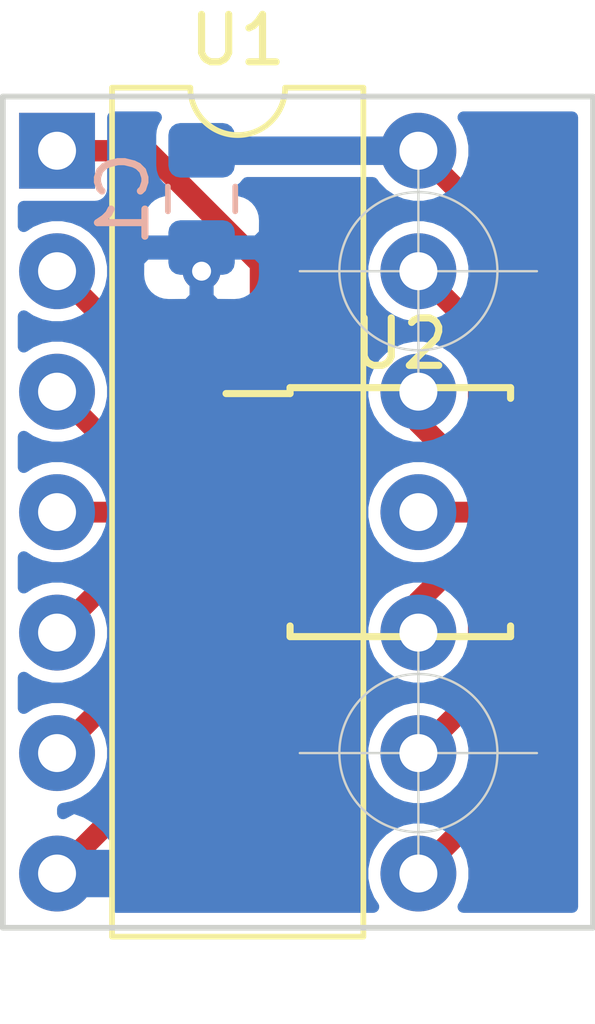
<source format=kicad_pcb>
(kicad_pcb (version 20171130) (host pcbnew "(5.1.5)-3")

  (general
    (thickness 1.6)
    (drawings 6)
    (tracks 50)
    (zones 0)
    (modules 3)
    (nets 15)
  )

  (page A4)
  (layers
    (0 F.Cu signal)
    (31 B.Cu signal)
    (32 B.Adhes user)
    (33 F.Adhes user)
    (34 B.Paste user)
    (35 F.Paste user)
    (36 B.SilkS user)
    (37 F.SilkS user)
    (38 B.Mask user)
    (39 F.Mask user)
    (40 Dwgs.User user)
    (41 Cmts.User user)
    (42 Eco1.User user)
    (43 Eco2.User user)
    (44 Edge.Cuts user)
    (45 Margin user)
    (46 B.CrtYd user)
    (47 F.CrtYd user)
    (48 B.Fab user)
    (49 F.Fab user)
  )

  (setup
    (last_trace_width 0.439)
    (user_trace_width 0.439)
    (user_trace_width 0.45)
    (user_trace_width 0.6)
    (user_trace_width 1)
    (trace_clearance 0.2)
    (zone_clearance 0.508)
    (zone_45_only no)
    (trace_min 0.2)
    (via_size 0.8)
    (via_drill 0.4)
    (via_min_size 0.4)
    (via_min_drill 0.3)
    (uvia_size 0.3)
    (uvia_drill 0.1)
    (uvias_allowed no)
    (uvia_min_size 0.2)
    (uvia_min_drill 0.1)
    (edge_width 0.05)
    (segment_width 0.2)
    (pcb_text_width 0.3)
    (pcb_text_size 1.5 1.5)
    (mod_edge_width 0.12)
    (mod_text_size 1 1)
    (mod_text_width 0.15)
    (pad_size 1.524 1.524)
    (pad_drill 0.762)
    (pad_to_mask_clearance 0.051)
    (solder_mask_min_width 0.25)
    (aux_axis_origin 114.3 78.74)
    (visible_elements 7FFFFFFF)
    (pcbplotparams
      (layerselection 0x010f0_ffffffff)
      (usegerberextensions false)
      (usegerberattributes false)
      (usegerberadvancedattributes false)
      (creategerberjobfile false)
      (excludeedgelayer true)
      (linewidth 0.100000)
      (plotframeref false)
      (viasonmask false)
      (mode 1)
      (useauxorigin false)
      (hpglpennumber 1)
      (hpglpenspeed 20)
      (hpglpendiameter 15.000000)
      (psnegative false)
      (psa4output false)
      (plotreference true)
      (plotvalue true)
      (plotinvisibletext false)
      (padsonsilk false)
      (subtractmaskfromsilk false)
      (outputformat 1)
      (mirror false)
      (drillshape 0)
      (scaleselection 1)
      (outputdirectory "gerber/"))
  )

  (net 0 "")
  (net 1 "Net-(U1-Pad1)")
  (net 2 "Net-(U1-Pad8)")
  (net 3 "Net-(U1-Pad2)")
  (net 4 "Net-(U1-Pad9)")
  (net 5 "Net-(U1-Pad3)")
  (net 6 "Net-(U1-Pad10)")
  (net 7 "Net-(U1-Pad4)")
  (net 8 "Net-(U1-Pad11)")
  (net 9 "Net-(U1-Pad5)")
  (net 10 "Net-(U1-Pad12)")
  (net 11 "Net-(U1-Pad6)")
  (net 12 "Net-(U1-Pad13)")
  (net 13 "Net-(C1-Pad1)")
  (net 14 "Net-(C1-Pad2)")

  (net_class Default "This is the default net class."
    (clearance 0.2)
    (trace_width 0.25)
    (via_dia 0.8)
    (via_drill 0.4)
    (uvia_dia 0.3)
    (uvia_drill 0.1)
    (add_net "Net-(C1-Pad1)")
    (add_net "Net-(C1-Pad2)")
    (add_net "Net-(U1-Pad1)")
    (add_net "Net-(U1-Pad10)")
    (add_net "Net-(U1-Pad11)")
    (add_net "Net-(U1-Pad12)")
    (add_net "Net-(U1-Pad13)")
    (add_net "Net-(U1-Pad2)")
    (add_net "Net-(U1-Pad3)")
    (add_net "Net-(U1-Pad4)")
    (add_net "Net-(U1-Pad5)")
    (add_net "Net-(U1-Pad6)")
    (add_net "Net-(U1-Pad8)")
    (add_net "Net-(U1-Pad9)")
  )

  (module Package_DIP:DIP-14_W7.62mm (layer F.Cu) (tedit 5A02E8C5) (tstamp 5EDD236D)
    (at 106.68 71.12)
    (descr "14-lead though-hole mounted DIP package, row spacing 7.62 mm (300 mils)")
    (tags "THT DIP DIL PDIP 2.54mm 7.62mm 300mil")
    (path /7C50D3CD)
    (fp_text reference U1 (at 3.81 -2.33) (layer F.SilkS)
      (effects (font (size 1 1) (thickness 0.15)))
    )
    (fp_text value 74LS00 (at 3.81 17.57) (layer F.Fab)
      (effects (font (size 1 1) (thickness 0.15)))
    )
    (fp_arc (start 3.81 -1.33) (end 2.81 -1.33) (angle -180) (layer F.SilkS) (width 0.12))
    (fp_line (start 1.635 -1.27) (end 6.985 -1.27) (layer F.Fab) (width 0.1))
    (fp_line (start 6.985 -1.27) (end 6.985 16.51) (layer F.Fab) (width 0.1))
    (fp_line (start 6.985 16.51) (end 0.635 16.51) (layer F.Fab) (width 0.1))
    (fp_line (start 0.635 16.51) (end 0.635 -0.27) (layer F.Fab) (width 0.1))
    (fp_line (start 0.635 -0.27) (end 1.635 -1.27) (layer F.Fab) (width 0.1))
    (fp_line (start 2.81 -1.33) (end 1.16 -1.33) (layer F.SilkS) (width 0.12))
    (fp_line (start 1.16 -1.33) (end 1.16 16.57) (layer F.SilkS) (width 0.12))
    (fp_line (start 1.16 16.57) (end 6.46 16.57) (layer F.SilkS) (width 0.12))
    (fp_line (start 6.46 16.57) (end 6.46 -1.33) (layer F.SilkS) (width 0.12))
    (fp_line (start 6.46 -1.33) (end 4.81 -1.33) (layer F.SilkS) (width 0.12))
    (fp_line (start -1.1 -1.55) (end -1.1 16.8) (layer F.CrtYd) (width 0.05))
    (fp_line (start -1.1 16.8) (end 8.7 16.8) (layer F.CrtYd) (width 0.05))
    (fp_line (start 8.7 16.8) (end 8.7 -1.55) (layer F.CrtYd) (width 0.05))
    (fp_line (start 8.7 -1.55) (end -1.1 -1.55) (layer F.CrtYd) (width 0.05))
    (fp_text user %R (at 3.81 7.62) (layer F.Fab)
      (effects (font (size 1 1) (thickness 0.15)))
    )
    (pad 1 thru_hole rect (at 0 0) (size 1.6 1.6) (drill 0.8) (layers *.Cu *.Mask)
      (net 1 "Net-(U1-Pad1)"))
    (pad 8 thru_hole oval (at 7.62 15.24) (size 1.6 1.6) (drill 0.8) (layers *.Cu *.Mask)
      (net 2 "Net-(U1-Pad8)"))
    (pad 2 thru_hole oval (at 0 2.54) (size 1.6 1.6) (drill 0.8) (layers *.Cu *.Mask)
      (net 3 "Net-(U1-Pad2)"))
    (pad 9 thru_hole oval (at 7.62 12.7) (size 1.6 1.6) (drill 0.8) (layers *.Cu *.Mask)
      (net 4 "Net-(U1-Pad9)"))
    (pad 3 thru_hole oval (at 0 5.08) (size 1.6 1.6) (drill 0.8) (layers *.Cu *.Mask)
      (net 5 "Net-(U1-Pad3)"))
    (pad 10 thru_hole oval (at 7.62 10.16) (size 1.6 1.6) (drill 0.8) (layers *.Cu *.Mask)
      (net 6 "Net-(U1-Pad10)"))
    (pad 4 thru_hole oval (at 0 7.62) (size 1.6 1.6) (drill 0.8) (layers *.Cu *.Mask)
      (net 7 "Net-(U1-Pad4)"))
    (pad 11 thru_hole oval (at 7.62 7.62) (size 1.6 1.6) (drill 0.8) (layers *.Cu *.Mask)
      (net 8 "Net-(U1-Pad11)"))
    (pad 5 thru_hole oval (at 0 10.16) (size 1.6 1.6) (drill 0.8) (layers *.Cu *.Mask)
      (net 9 "Net-(U1-Pad5)"))
    (pad 12 thru_hole oval (at 7.62 5.08) (size 1.6 1.6) (drill 0.8) (layers *.Cu *.Mask)
      (net 10 "Net-(U1-Pad12)"))
    (pad 6 thru_hole oval (at 0 12.7) (size 1.6 1.6) (drill 0.8) (layers *.Cu *.Mask)
      (net 11 "Net-(U1-Pad6)"))
    (pad 13 thru_hole oval (at 7.62 2.54) (size 1.6 1.6) (drill 0.8) (layers *.Cu *.Mask)
      (net 12 "Net-(U1-Pad13)"))
    (pad 7 thru_hole oval (at 0 15.24) (size 1.6 1.6) (drill 0.8) (layers *.Cu *.Mask)
      (net 14 "Net-(C1-Pad2)"))
    (pad 14 thru_hole oval (at 7.62 0) (size 1.6 1.6) (drill 0.8) (layers *.Cu *.Mask)
      (net 13 "Net-(C1-Pad1)"))
  )

  (module Capacitor_SMD:C_0805_2012Metric_Pad1.15x1.40mm_HandSolder (layer B.Cu) (tedit 5B36C52B) (tstamp 5EDEE472)
    (at 109.728 72.136 270)
    (descr "Capacitor SMD 0805 (2012 Metric), square (rectangular) end terminal, IPC_7351 nominal with elongated pad for handsoldering. (Body size source: https://docs.google.com/spreadsheets/d/1BsfQQcO9C6DZCsRaXUlFlo91Tg2WpOkGARC1WS5S8t0/edit?usp=sharing), generated with kicad-footprint-generator")
    (tags "capacitor handsolder")
    (path /7C524249)
    (attr smd)
    (fp_text reference C1 (at 0 1.65 90) (layer B.SilkS)
      (effects (font (size 1 1) (thickness 0.15)) (justify mirror))
    )
    (fp_text value 100n (at 0 -1.65 90) (layer B.Fab)
      (effects (font (size 1 1) (thickness 0.15)) (justify mirror))
    )
    (fp_line (start -1 -0.6) (end -1 0.6) (layer B.Fab) (width 0.1))
    (fp_line (start -1 0.6) (end 1 0.6) (layer B.Fab) (width 0.1))
    (fp_line (start 1 0.6) (end 1 -0.6) (layer B.Fab) (width 0.1))
    (fp_line (start 1 -0.6) (end -1 -0.6) (layer B.Fab) (width 0.1))
    (fp_line (start -0.261252 0.71) (end 0.261252 0.71) (layer B.SilkS) (width 0.12))
    (fp_line (start -0.261252 -0.71) (end 0.261252 -0.71) (layer B.SilkS) (width 0.12))
    (fp_line (start -1.85 -0.95) (end -1.85 0.95) (layer B.CrtYd) (width 0.05))
    (fp_line (start -1.85 0.95) (end 1.85 0.95) (layer B.CrtYd) (width 0.05))
    (fp_line (start 1.85 0.95) (end 1.85 -0.95) (layer B.CrtYd) (width 0.05))
    (fp_line (start 1.85 -0.95) (end -1.85 -0.95) (layer B.CrtYd) (width 0.05))
    (fp_text user %R (at 0 0 90) (layer B.Fab)
      (effects (font (size 0.5 0.5) (thickness 0.08)) (justify mirror))
    )
    (pad 1 smd roundrect (at -1.025 0 270) (size 1.15 1.4) (layers B.Cu B.Paste B.Mask) (roundrect_rratio 0.217391)
      (net 13 "Net-(C1-Pad1)"))
    (pad 2 smd roundrect (at 1.025 0 270) (size 1.15 1.4) (layers B.Cu B.Paste B.Mask) (roundrect_rratio 0.217391)
      (net 14 "Net-(C1-Pad2)"))
    (model ${KISYS3DMOD}/Capacitor_SMD.3dshapes/C_0805_2012Metric.wrl
      (at (xyz 0 0 0))
      (scale (xyz 1 1 1))
      (rotate (xyz 0 0 0))
    )
  )

  (module Package_SO:TSSOP-14_4.4x5mm_P0.65mm (layer F.Cu) (tedit 5A02F25C) (tstamp 5EDF1FA5)
    (at 113.919 78.74)
    (descr "14-Lead Plastic Thin Shrink Small Outline (ST)-4.4 mm Body [TSSOP] (see Microchip Packaging Specification 00000049BS.pdf)")
    (tags "SSOP 0.65")
    (path /7C515546)
    (attr smd)
    (fp_text reference U2 (at 0 -3.55) (layer F.SilkS)
      (effects (font (size 1 1) (thickness 0.15)))
    )
    (fp_text value 74LS00 (at 0 3.55) (layer F.Fab)
      (effects (font (size 1 1) (thickness 0.15)))
    )
    (fp_line (start -1.2 -2.5) (end 2.2 -2.5) (layer F.Fab) (width 0.15))
    (fp_line (start 2.2 -2.5) (end 2.2 2.5) (layer F.Fab) (width 0.15))
    (fp_line (start 2.2 2.5) (end -2.2 2.5) (layer F.Fab) (width 0.15))
    (fp_line (start -2.2 2.5) (end -2.2 -1.5) (layer F.Fab) (width 0.15))
    (fp_line (start -2.2 -1.5) (end -1.2 -2.5) (layer F.Fab) (width 0.15))
    (fp_line (start -3.95 -2.8) (end -3.95 2.8) (layer F.CrtYd) (width 0.05))
    (fp_line (start 3.95 -2.8) (end 3.95 2.8) (layer F.CrtYd) (width 0.05))
    (fp_line (start -3.95 -2.8) (end 3.95 -2.8) (layer F.CrtYd) (width 0.05))
    (fp_line (start -3.95 2.8) (end 3.95 2.8) (layer F.CrtYd) (width 0.05))
    (fp_line (start -2.325 -2.625) (end -2.325 -2.5) (layer F.SilkS) (width 0.15))
    (fp_line (start 2.325 -2.625) (end 2.325 -2.4) (layer F.SilkS) (width 0.15))
    (fp_line (start 2.325 2.625) (end 2.325 2.4) (layer F.SilkS) (width 0.15))
    (fp_line (start -2.325 2.625) (end -2.325 2.4) (layer F.SilkS) (width 0.15))
    (fp_line (start -2.325 -2.625) (end 2.325 -2.625) (layer F.SilkS) (width 0.15))
    (fp_line (start -2.325 2.625) (end 2.325 2.625) (layer F.SilkS) (width 0.15))
    (fp_line (start -2.325 -2.5) (end -3.675 -2.5) (layer F.SilkS) (width 0.15))
    (fp_text user %R (at 0 0) (layer F.Fab)
      (effects (font (size 0.8 0.8) (thickness 0.15)))
    )
    (pad 1 smd rect (at -2.95 -1.95) (size 1.45 0.45) (layers F.Cu F.Paste F.Mask)
      (net 1 "Net-(U1-Pad1)"))
    (pad 2 smd rect (at -2.95 -1.3) (size 1.45 0.45) (layers F.Cu F.Paste F.Mask)
      (net 3 "Net-(U1-Pad2)"))
    (pad 3 smd rect (at -2.95 -0.65) (size 1.45 0.45) (layers F.Cu F.Paste F.Mask)
      (net 5 "Net-(U1-Pad3)"))
    (pad 4 smd rect (at -2.95 0) (size 1.45 0.45) (layers F.Cu F.Paste F.Mask)
      (net 7 "Net-(U1-Pad4)"))
    (pad 5 smd rect (at -2.95 0.65) (size 1.45 0.45) (layers F.Cu F.Paste F.Mask)
      (net 9 "Net-(U1-Pad5)"))
    (pad 6 smd rect (at -2.95 1.3) (size 1.45 0.45) (layers F.Cu F.Paste F.Mask)
      (net 11 "Net-(U1-Pad6)"))
    (pad 7 smd rect (at -2.95 1.95) (size 1.45 0.45) (layers F.Cu F.Paste F.Mask)
      (net 14 "Net-(C1-Pad2)"))
    (pad 8 smd rect (at 2.95 1.95) (size 1.45 0.45) (layers F.Cu F.Paste F.Mask)
      (net 2 "Net-(U1-Pad8)"))
    (pad 9 smd rect (at 2.95 1.3) (size 1.45 0.45) (layers F.Cu F.Paste F.Mask)
      (net 4 "Net-(U1-Pad9)"))
    (pad 10 smd rect (at 2.95 0.65) (size 1.45 0.45) (layers F.Cu F.Paste F.Mask)
      (net 6 "Net-(U1-Pad10)"))
    (pad 11 smd rect (at 2.95 0) (size 1.45 0.45) (layers F.Cu F.Paste F.Mask)
      (net 8 "Net-(U1-Pad11)"))
    (pad 12 smd rect (at 2.95 -0.65) (size 1.45 0.45) (layers F.Cu F.Paste F.Mask)
      (net 10 "Net-(U1-Pad12)"))
    (pad 13 smd rect (at 2.95 -1.3) (size 1.45 0.45) (layers F.Cu F.Paste F.Mask)
      (net 12 "Net-(U1-Pad13)"))
    (pad 14 smd rect (at 2.95 -1.95) (size 1.45 0.45) (layers F.Cu F.Paste F.Mask)
      (net 13 "Net-(C1-Pad1)"))
    (model ${KISYS3DMOD}/Package_SO.3dshapes/TSSOP-14_4.4x5mm_P0.65mm.wrl
      (at (xyz 0 0 0))
      (scale (xyz 1 1 1))
      (rotate (xyz 0 0 0))
    )
  )

  (target plus (at 114.3 83.82) (size 5) (width 0.05) (layer Edge.Cuts) (tstamp 5EDEE61A))
  (target plus (at 114.3 73.66) (size 5) (width 0.05) (layer Edge.Cuts))
  (gr_line (start 117.983 87.503) (end 117.983 69.977) (layer Edge.Cuts) (width 0.12) (tstamp 5EDD24B3))
  (gr_line (start 105.537 87.503) (end 117.983 87.503) (layer Edge.Cuts) (width 0.12))
  (gr_line (start 105.537 69.977) (end 105.537 87.503) (layer Edge.Cuts) (width 0.12))
  (gr_line (start 117.983 69.977) (end 105.537 69.977) (layer Edge.Cuts) (width 0.12))

  (segment (start 107.93 71.12) (end 106.68 71.12) (width 0.45) (layer F.Cu) (net 1))
  (segment (start 108.585 71.12) (end 107.93 71.12) (width 0.45) (layer F.Cu) (net 1))
  (segment (start 110.969 73.504) (end 108.585 71.12) (width 0.45) (layer F.Cu) (net 1))
  (segment (start 110.969 76.79) (end 110.969 73.504) (width 0.45) (layer F.Cu) (net 1))
  (segment (start 116.869 83.791) (end 114.3 86.36) (width 0.45) (layer F.Cu) (net 2))
  (segment (start 116.869 80.69) (end 116.869 83.791) (width 0.45) (layer F.Cu) (net 2))
  (segment (start 109.794 77.44) (end 109.093 76.739) (width 0.45) (layer F.Cu) (net 3))
  (segment (start 110.969 77.44) (end 109.794 77.44) (width 0.45) (layer F.Cu) (net 3))
  (segment (start 109.093 76.073) (end 106.68 73.66) (width 0.45) (layer F.Cu) (net 3))
  (segment (start 109.093 76.739) (end 109.093 76.073) (width 0.45) (layer F.Cu) (net 3))
  (segment (start 115.803999 80.039999) (end 115.57 80.273998) (width 0.45) (layer F.Cu) (net 4))
  (segment (start 116.869 80.04) (end 115.803999 80.039999) (width 0.439) (layer F.Cu) (net 4))
  (segment (start 115.57 80.273998) (end 115.57 82.55) (width 0.45) (layer F.Cu) (net 4))
  (segment (start 115.57 82.55) (end 114.3 83.82) (width 0.45) (layer F.Cu) (net 4))
  (segment (start 107.479999 76.999999) (end 106.68 76.2) (width 0.439) (layer F.Cu) (net 5))
  (segment (start 108.56451 78.08451) (end 107.479999 76.999999) (width 0.439) (layer F.Cu) (net 5))
  (segment (start 110.886 78.09) (end 110.88051 78.08451) (width 0.439) (layer F.Cu) (net 5))
  (segment (start 110.88051 78.08451) (end 108.56451 78.08451) (width 0.439) (layer F.Cu) (net 5))
  (segment (start 110.969 78.09) (end 110.886 78.09) (width 0.439) (layer F.Cu) (net 5))
  (segment (start 114.3 80.624746) (end 114.3 81.28) (width 0.45) (layer F.Cu) (net 6))
  (segment (start 115.534755 79.389991) (end 114.3 80.624746) (width 0.45) (layer F.Cu) (net 6))
  (segment (start 116.073243 79.389991) (end 115.534755 79.389991) (width 0.45) (layer F.Cu) (net 6))
  (segment (start 116.073252 79.39) (end 116.073243 79.389991) (width 0.45) (layer F.Cu) (net 6))
  (segment (start 116.869 79.39) (end 116.073252 79.39) (width 0.439) (layer F.Cu) (net 6))
  (segment (start 110.969 78.74) (end 106.68 78.74) (width 0.439) (layer F.Cu) (net 7))
  (segment (start 116.869 78.74) (end 114.3 78.74) (width 0.439) (layer F.Cu) (net 8))
  (segment (start 108.57 79.39) (end 106.68 81.28) (width 0.439) (layer F.Cu) (net 9))
  (segment (start 110.969 79.39) (end 108.57 79.39) (width 0.439) (layer F.Cu) (net 9))
  (segment (start 114.3 76.855254) (end 114.3 76.2) (width 0.45) (layer F.Cu) (net 10))
  (segment (start 115.534755 78.090009) (end 114.3 76.855254) (width 0.45) (layer F.Cu) (net 10))
  (segment (start 116.073243 78.090009) (end 115.534755 78.090009) (width 0.45) (layer F.Cu) (net 10))
  (segment (start 116.073252 78.09) (end 116.073243 78.090009) (width 0.45) (layer F.Cu) (net 10))
  (segment (start 116.869 78.09) (end 116.073252 78.09) (width 0.45) (layer F.Cu) (net 10))
  (segment (start 109.794 80.04) (end 109.093 80.741) (width 0.45) (layer F.Cu) (net 11))
  (segment (start 110.969 80.04) (end 109.794 80.04) (width 0.45) (layer F.Cu) (net 11))
  (segment (start 109.093 81.407) (end 106.68 83.82) (width 0.45) (layer F.Cu) (net 11))
  (segment (start 109.093 80.741) (end 109.093 81.407) (width 0.45) (layer F.Cu) (net 11))
  (segment (start 115.57 74.93) (end 114.3 73.66) (width 0.45) (layer F.Cu) (net 12))
  (segment (start 115.57 77.206002) (end 115.57 74.93) (width 0.45) (layer F.Cu) (net 12))
  (segment (start 116.869 77.44) (end 115.803999 77.440001) (width 0.439) (layer F.Cu) (net 12))
  (segment (start 115.803999 77.440001) (end 115.57 77.206002) (width 0.45) (layer F.Cu) (net 12))
  (segment (start 109.737 71.12) (end 109.728 71.111) (width 0.6) (layer B.Cu) (net 13))
  (segment (start 114.3 71.12) (end 109.737 71.12) (width 0.6) (layer B.Cu) (net 13))
  (segment (start 116.869 73.689) (end 116.869 76.79) (width 0.45) (layer F.Cu) (net 13))
  (segment (start 114.3 71.12) (end 116.869 73.689) (width 0.45) (layer F.Cu) (net 13))
  (via (at 109.728 73.66) (size 0.8) (drill 0.4) (layers F.Cu B.Cu) (net 14))
  (segment (start 110.969 82.071) (end 106.68 86.36) (width 0.45) (layer F.Cu) (net 14))
  (segment (start 110.969 80.69) (end 110.969 82.071) (width 0.45) (layer F.Cu) (net 14))
  (segment (start 106.68 86.36) (end 107.81137 86.36) (width 1) (layer B.Cu) (net 14))
  (segment (start 107.81137 86.36) (end 109.347 86.36) (width 1) (layer B.Cu) (net 14))

  (zone (net 14) (net_name "Net-(C1-Pad2)") (layer B.Cu) (tstamp 5EDF2A2B) (hatch edge 0.508)
    (connect_pads (clearance 0.254))
    (min_thickness 0.254)
    (fill yes (arc_segments 32) (thermal_gap 0.508) (thermal_bridge_width 0.508))
    (polygon
      (pts
        (xy 117.983 87.503) (xy 105.537 87.503) (xy 105.537 69.977) (xy 117.983 69.977)
      )
    )
    (filled_polygon
      (pts
        (xy 108.75181 70.434411) (xy 108.693329 70.543821) (xy 108.657317 70.662538) (xy 108.645157 70.785999) (xy 108.645157 71.436001)
        (xy 108.657317 71.559462) (xy 108.693329 71.678179) (xy 108.75181 71.787589) (xy 108.830512 71.883488) (xy 108.92178 71.958389)
        (xy 108.903518 71.960188) (xy 108.78382 71.996498) (xy 108.673506 72.055463) (xy 108.576815 72.134815) (xy 108.497463 72.231506)
        (xy 108.438498 72.34182) (xy 108.402188 72.461518) (xy 108.389928 72.586) (xy 108.393 72.87525) (xy 108.55175 73.034)
        (xy 109.601 73.034) (xy 109.601 73.014) (xy 109.855 73.014) (xy 109.855 73.034) (xy 110.90425 73.034)
        (xy 111.063 72.87525) (xy 111.066072 72.586) (xy 111.053812 72.461518) (xy 111.017502 72.34182) (xy 110.958537 72.231506)
        (xy 110.879185 72.134815) (xy 110.782494 72.055463) (xy 110.67218 71.996498) (xy 110.552482 71.960188) (xy 110.53422 71.958389)
        (xy 110.625488 71.883488) (xy 110.693184 71.801) (xy 113.334654 71.801) (xy 113.382658 71.872843) (xy 113.547157 72.037342)
        (xy 113.740587 72.166588) (xy 113.955515 72.255614) (xy 114.183682 72.301) (xy 114.416318 72.301) (xy 114.644485 72.255614)
        (xy 114.859413 72.166588) (xy 115.052843 72.037342) (xy 115.217342 71.872843) (xy 115.346588 71.679413) (xy 115.435614 71.464485)
        (xy 115.481 71.236318) (xy 115.481 71.003682) (xy 115.435614 70.775515) (xy 115.346588 70.560587) (xy 115.251314 70.418)
        (xy 117.542001 70.418) (xy 117.542 87.062) (xy 115.251314 87.062) (xy 115.346588 86.919413) (xy 115.435614 86.704485)
        (xy 115.481 86.476318) (xy 115.481 86.243682) (xy 115.435614 86.015515) (xy 115.346588 85.800587) (xy 115.217342 85.607157)
        (xy 115.052843 85.442658) (xy 114.859413 85.313412) (xy 114.644485 85.224386) (xy 114.416318 85.179) (xy 114.183682 85.179)
        (xy 113.955515 85.224386) (xy 113.740587 85.313412) (xy 113.547157 85.442658) (xy 113.382658 85.607157) (xy 113.253412 85.800587)
        (xy 113.164386 86.015515) (xy 113.119 86.243682) (xy 113.119 86.476318) (xy 113.164386 86.704485) (xy 113.253412 86.919413)
        (xy 113.348686 87.062) (xy 107.927778 87.062) (xy 108.031246 86.843087) (xy 108.071904 86.709039) (xy 107.949915 86.487)
        (xy 106.807 86.487) (xy 106.807 86.507) (xy 106.553 86.507) (xy 106.553 86.487) (xy 106.533 86.487)
        (xy 106.533 86.233) (xy 106.553 86.233) (xy 106.553 86.213) (xy 106.807 86.213) (xy 106.807 86.233)
        (xy 107.949915 86.233) (xy 108.071904 86.010961) (xy 108.031246 85.876913) (xy 107.911037 85.62258) (xy 107.743519 85.396586)
        (xy 107.535131 85.207615) (xy 107.293881 85.06293) (xy 107.02904 84.968091) (xy 106.807002 85.089375) (xy 106.807002 84.998875)
        (xy 107.024485 84.955614) (xy 107.239413 84.866588) (xy 107.432843 84.737342) (xy 107.597342 84.572843) (xy 107.726588 84.379413)
        (xy 107.815614 84.164485) (xy 107.861 83.936318) (xy 107.861 83.703682) (xy 113.119 83.703682) (xy 113.119 83.936318)
        (xy 113.164386 84.164485) (xy 113.253412 84.379413) (xy 113.382658 84.572843) (xy 113.547157 84.737342) (xy 113.740587 84.866588)
        (xy 113.955515 84.955614) (xy 114.183682 85.001) (xy 114.416318 85.001) (xy 114.644485 84.955614) (xy 114.859413 84.866588)
        (xy 115.052843 84.737342) (xy 115.217342 84.572843) (xy 115.346588 84.379413) (xy 115.435614 84.164485) (xy 115.481 83.936318)
        (xy 115.481 83.703682) (xy 115.435614 83.475515) (xy 115.346588 83.260587) (xy 115.217342 83.067157) (xy 115.052843 82.902658)
        (xy 114.859413 82.773412) (xy 114.644485 82.684386) (xy 114.416318 82.639) (xy 114.183682 82.639) (xy 113.955515 82.684386)
        (xy 113.740587 82.773412) (xy 113.547157 82.902658) (xy 113.382658 83.067157) (xy 113.253412 83.260587) (xy 113.164386 83.475515)
        (xy 113.119 83.703682) (xy 107.861 83.703682) (xy 107.815614 83.475515) (xy 107.726588 83.260587) (xy 107.597342 83.067157)
        (xy 107.432843 82.902658) (xy 107.239413 82.773412) (xy 107.024485 82.684386) (xy 106.796318 82.639) (xy 106.563682 82.639)
        (xy 106.335515 82.684386) (xy 106.120587 82.773412) (xy 105.978 82.868686) (xy 105.978 82.231314) (xy 106.120587 82.326588)
        (xy 106.335515 82.415614) (xy 106.563682 82.461) (xy 106.796318 82.461) (xy 107.024485 82.415614) (xy 107.239413 82.326588)
        (xy 107.432843 82.197342) (xy 107.597342 82.032843) (xy 107.726588 81.839413) (xy 107.815614 81.624485) (xy 107.861 81.396318)
        (xy 107.861 81.163682) (xy 113.119 81.163682) (xy 113.119 81.396318) (xy 113.164386 81.624485) (xy 113.253412 81.839413)
        (xy 113.382658 82.032843) (xy 113.547157 82.197342) (xy 113.740587 82.326588) (xy 113.955515 82.415614) (xy 114.183682 82.461)
        (xy 114.416318 82.461) (xy 114.644485 82.415614) (xy 114.859413 82.326588) (xy 115.052843 82.197342) (xy 115.217342 82.032843)
        (xy 115.346588 81.839413) (xy 115.435614 81.624485) (xy 115.481 81.396318) (xy 115.481 81.163682) (xy 115.435614 80.935515)
        (xy 115.346588 80.720587) (xy 115.217342 80.527157) (xy 115.052843 80.362658) (xy 114.859413 80.233412) (xy 114.644485 80.144386)
        (xy 114.416318 80.099) (xy 114.183682 80.099) (xy 113.955515 80.144386) (xy 113.740587 80.233412) (xy 113.547157 80.362658)
        (xy 113.382658 80.527157) (xy 113.253412 80.720587) (xy 113.164386 80.935515) (xy 113.119 81.163682) (xy 107.861 81.163682)
        (xy 107.815614 80.935515) (xy 107.726588 80.720587) (xy 107.597342 80.527157) (xy 107.432843 80.362658) (xy 107.239413 80.233412)
        (xy 107.024485 80.144386) (xy 106.796318 80.099) (xy 106.563682 80.099) (xy 106.335515 80.144386) (xy 106.120587 80.233412)
        (xy 105.978 80.328686) (xy 105.978 79.691314) (xy 106.120587 79.786588) (xy 106.335515 79.875614) (xy 106.563682 79.921)
        (xy 106.796318 79.921) (xy 107.024485 79.875614) (xy 107.239413 79.786588) (xy 107.432843 79.657342) (xy 107.597342 79.492843)
        (xy 107.726588 79.299413) (xy 107.815614 79.084485) (xy 107.861 78.856318) (xy 107.861 78.623682) (xy 113.119 78.623682)
        (xy 113.119 78.856318) (xy 113.164386 79.084485) (xy 113.253412 79.299413) (xy 113.382658 79.492843) (xy 113.547157 79.657342)
        (xy 113.740587 79.786588) (xy 113.955515 79.875614) (xy 114.183682 79.921) (xy 114.416318 79.921) (xy 114.644485 79.875614)
        (xy 114.859413 79.786588) (xy 115.052843 79.657342) (xy 115.217342 79.492843) (xy 115.346588 79.299413) (xy 115.435614 79.084485)
        (xy 115.481 78.856318) (xy 115.481 78.623682) (xy 115.435614 78.395515) (xy 115.346588 78.180587) (xy 115.217342 77.987157)
        (xy 115.052843 77.822658) (xy 114.859413 77.693412) (xy 114.644485 77.604386) (xy 114.416318 77.559) (xy 114.183682 77.559)
        (xy 113.955515 77.604386) (xy 113.740587 77.693412) (xy 113.547157 77.822658) (xy 113.382658 77.987157) (xy 113.253412 78.180587)
        (xy 113.164386 78.395515) (xy 113.119 78.623682) (xy 107.861 78.623682) (xy 107.815614 78.395515) (xy 107.726588 78.180587)
        (xy 107.597342 77.987157) (xy 107.432843 77.822658) (xy 107.239413 77.693412) (xy 107.024485 77.604386) (xy 106.796318 77.559)
        (xy 106.563682 77.559) (xy 106.335515 77.604386) (xy 106.120587 77.693412) (xy 105.978 77.788686) (xy 105.978 77.151314)
        (xy 106.120587 77.246588) (xy 106.335515 77.335614) (xy 106.563682 77.381) (xy 106.796318 77.381) (xy 107.024485 77.335614)
        (xy 107.239413 77.246588) (xy 107.432843 77.117342) (xy 107.597342 76.952843) (xy 107.726588 76.759413) (xy 107.815614 76.544485)
        (xy 107.861 76.316318) (xy 107.861 76.083682) (xy 113.119 76.083682) (xy 113.119 76.316318) (xy 113.164386 76.544485)
        (xy 113.253412 76.759413) (xy 113.382658 76.952843) (xy 113.547157 77.117342) (xy 113.740587 77.246588) (xy 113.955515 77.335614)
        (xy 114.183682 77.381) (xy 114.416318 77.381) (xy 114.644485 77.335614) (xy 114.859413 77.246588) (xy 115.052843 77.117342)
        (xy 115.217342 76.952843) (xy 115.346588 76.759413) (xy 115.435614 76.544485) (xy 115.481 76.316318) (xy 115.481 76.083682)
        (xy 115.435614 75.855515) (xy 115.346588 75.640587) (xy 115.217342 75.447157) (xy 115.052843 75.282658) (xy 114.859413 75.153412)
        (xy 114.644485 75.064386) (xy 114.416318 75.019) (xy 114.183682 75.019) (xy 113.955515 75.064386) (xy 113.740587 75.153412)
        (xy 113.547157 75.282658) (xy 113.382658 75.447157) (xy 113.253412 75.640587) (xy 113.164386 75.855515) (xy 113.119 76.083682)
        (xy 107.861 76.083682) (xy 107.815614 75.855515) (xy 107.726588 75.640587) (xy 107.597342 75.447157) (xy 107.432843 75.282658)
        (xy 107.239413 75.153412) (xy 107.024485 75.064386) (xy 106.796318 75.019) (xy 106.563682 75.019) (xy 106.335515 75.064386)
        (xy 106.120587 75.153412) (xy 105.978 75.248686) (xy 105.978 74.611314) (xy 106.120587 74.706588) (xy 106.335515 74.795614)
        (xy 106.563682 74.841) (xy 106.796318 74.841) (xy 107.024485 74.795614) (xy 107.239413 74.706588) (xy 107.432843 74.577342)
        (xy 107.597342 74.412843) (xy 107.726588 74.219413) (xy 107.815614 74.004485) (xy 107.861 73.776318) (xy 107.861 73.736)
        (xy 108.389928 73.736) (xy 108.402188 73.860482) (xy 108.438498 73.98018) (xy 108.497463 74.090494) (xy 108.576815 74.187185)
        (xy 108.673506 74.266537) (xy 108.78382 74.325502) (xy 108.903518 74.361812) (xy 109.028 74.374072) (xy 109.44225 74.371)
        (xy 109.601 74.21225) (xy 109.601 73.288) (xy 109.855 73.288) (xy 109.855 74.21225) (xy 110.01375 74.371)
        (xy 110.428 74.374072) (xy 110.552482 74.361812) (xy 110.67218 74.325502) (xy 110.782494 74.266537) (xy 110.879185 74.187185)
        (xy 110.958537 74.090494) (xy 111.017502 73.98018) (xy 111.053812 73.860482) (xy 111.066072 73.736) (xy 111.06403 73.543682)
        (xy 113.119 73.543682) (xy 113.119 73.776318) (xy 113.164386 74.004485) (xy 113.253412 74.219413) (xy 113.382658 74.412843)
        (xy 113.547157 74.577342) (xy 113.740587 74.706588) (xy 113.955515 74.795614) (xy 114.183682 74.841) (xy 114.416318 74.841)
        (xy 114.644485 74.795614) (xy 114.859413 74.706588) (xy 115.052843 74.577342) (xy 115.217342 74.412843) (xy 115.346588 74.219413)
        (xy 115.435614 74.004485) (xy 115.481 73.776318) (xy 115.481 73.543682) (xy 115.435614 73.315515) (xy 115.346588 73.100587)
        (xy 115.217342 72.907157) (xy 115.052843 72.742658) (xy 114.859413 72.613412) (xy 114.644485 72.524386) (xy 114.416318 72.479)
        (xy 114.183682 72.479) (xy 113.955515 72.524386) (xy 113.740587 72.613412) (xy 113.547157 72.742658) (xy 113.382658 72.907157)
        (xy 113.253412 73.100587) (xy 113.164386 73.315515) (xy 113.119 73.543682) (xy 111.06403 73.543682) (xy 111.063 73.44675)
        (xy 110.90425 73.288) (xy 109.855 73.288) (xy 109.601 73.288) (xy 108.55175 73.288) (xy 108.393 73.44675)
        (xy 108.389928 73.736) (xy 107.861 73.736) (xy 107.861 73.543682) (xy 107.815614 73.315515) (xy 107.726588 73.100587)
        (xy 107.597342 72.907157) (xy 107.432843 72.742658) (xy 107.239413 72.613412) (xy 107.024485 72.524386) (xy 106.796318 72.479)
        (xy 106.563682 72.479) (xy 106.335515 72.524386) (xy 106.120587 72.613412) (xy 105.978 72.708686) (xy 105.978 72.302843)
        (xy 107.48 72.302843) (xy 107.554689 72.295487) (xy 107.626508 72.273701) (xy 107.692696 72.238322) (xy 107.750711 72.190711)
        (xy 107.798322 72.132696) (xy 107.833701 72.066508) (xy 107.855487 71.994689) (xy 107.862843 71.92) (xy 107.862843 70.418)
        (xy 108.765278 70.418)
      )
    )
  )
)

</source>
